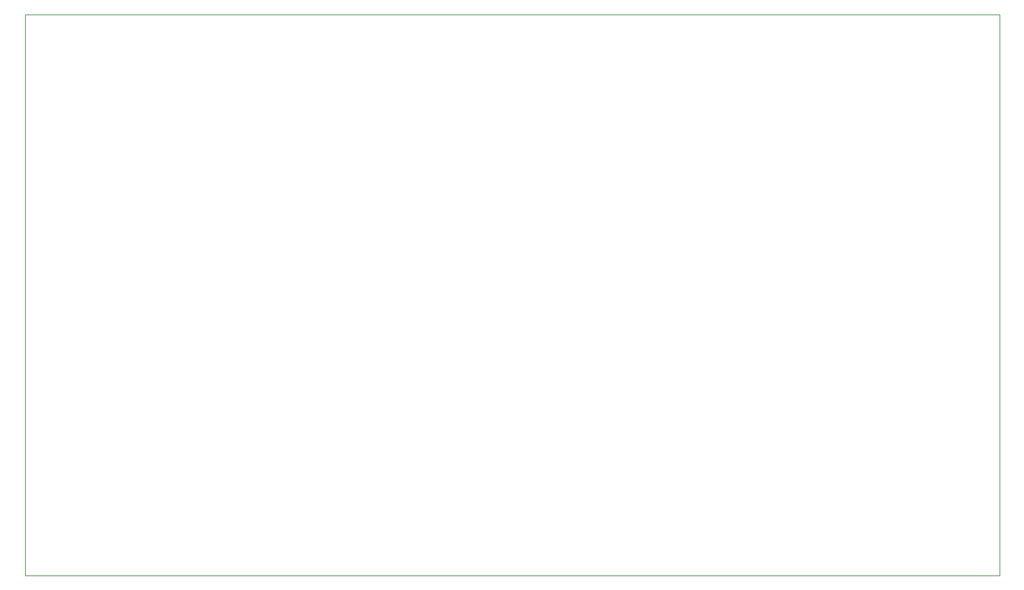
<source format=gbr>
%TF.GenerationSoftware,KiCad,Pcbnew,7.0.10*%
%TF.CreationDate,2024-04-23T23:44:33+08:00*%
%TF.ProjectId,pcb,7063622e-6b69-4636-9164-5f7063625858,rev?*%
%TF.SameCoordinates,Original*%
%TF.FileFunction,Profile,NP*%
%FSLAX46Y46*%
G04 Gerber Fmt 4.6, Leading zero omitted, Abs format (unit mm)*
G04 Created by KiCad (PCBNEW 7.0.10) date 2024-04-23 23:44:33*
%MOMM*%
%LPD*%
G01*
G04 APERTURE LIST*
%TA.AperFunction,Profile*%
%ADD10C,0.100000*%
%TD*%
G04 APERTURE END LIST*
D10*
X65000000Y-45500000D02*
X190000000Y-45500000D01*
X190000000Y-117500000D01*
X65000000Y-117500000D01*
X65000000Y-45500000D01*
M02*

</source>
